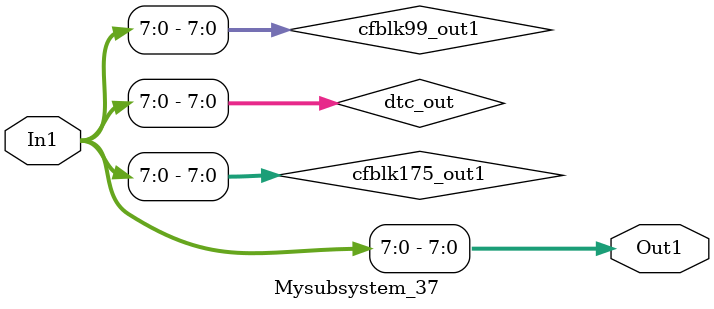
<source format=v>



`timescale 1 ns / 1 ns

module Mysubsystem_37
          (In1,
           Out1);


  input   [15:0] In1;  // uint16
  output  [7:0] Out1;  // uint8


  wire [7:0] cfblk175_out1;  // uint8
  wire [7:0] dtc_out;  // ufix8
  wire [7:0] cfblk99_out1;  // uint8


  assign cfblk175_out1 = In1[7:0];



  assign dtc_out = cfblk175_out1;



  assign cfblk99_out1 = dtc_out;



  assign Out1 = cfblk99_out1;

endmodule  // Mysubsystem_37


</source>
